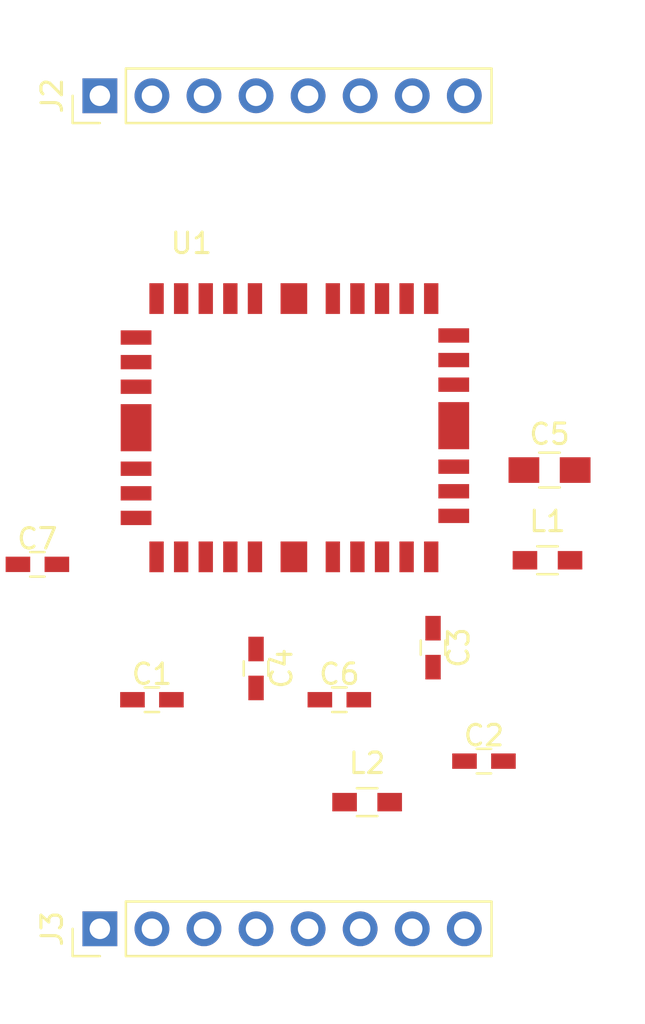
<source format=kicad_pcb>
(kicad_pcb (version 20171130) (host pcbnew 5.0.0-fee4fd1~66~ubuntu16.04.1)

  (general
    (thickness 1.6)
    (drawings 0)
    (tracks 0)
    (zones 0)
    (modules 12)
    (nets 37)
  )

  (page A4)
  (layers
    (0 F.Cu signal)
    (31 B.Cu signal)
    (32 B.Adhes user)
    (33 F.Adhes user)
    (34 B.Paste user)
    (35 F.Paste user)
    (36 B.SilkS user)
    (37 F.SilkS user)
    (38 B.Mask user)
    (39 F.Mask user)
    (40 Dwgs.User user)
    (41 Cmts.User user)
    (42 Eco1.User user)
    (43 Eco2.User user)
    (44 Edge.Cuts user)
    (45 Margin user)
    (46 B.CrtYd user)
    (47 F.CrtYd user)
    (48 B.Fab user)
    (49 F.Fab user)
  )

  (setup
    (last_trace_width 0.25)
    (trace_clearance 0.2)
    (zone_clearance 0.508)
    (zone_45_only no)
    (trace_min 0.2)
    (segment_width 0.2)
    (edge_width 0.15)
    (via_size 0.8)
    (via_drill 0.4)
    (via_min_size 0.4)
    (via_min_drill 0.3)
    (uvia_size 0.3)
    (uvia_drill 0.1)
    (uvias_allowed no)
    (uvia_min_size 0.2)
    (uvia_min_drill 0.1)
    (pcb_text_width 0.3)
    (pcb_text_size 1.5 1.5)
    (mod_edge_width 0.15)
    (mod_text_size 1 1)
    (mod_text_width 0.15)
    (pad_size 1.524 1.524)
    (pad_drill 0.762)
    (pad_to_mask_clearance 0.2)
    (aux_axis_origin 0 0)
    (visible_elements FFFFFF7F)
    (pcbplotparams
      (layerselection 0x010fc_ffffffff)
      (usegerberextensions false)
      (usegerberattributes false)
      (usegerberadvancedattributes false)
      (creategerberjobfile false)
      (excludeedgelayer true)
      (linewidth 0.100000)
      (plotframeref false)
      (viasonmask false)
      (mode 1)
      (useauxorigin false)
      (hpglpennumber 1)
      (hpglpenspeed 20)
      (hpglpendiameter 15.000000)
      (psnegative false)
      (psa4output false)
      (plotreference true)
      (plotvalue true)
      (plotinvisibletext false)
      (padsonsilk false)
      (subtractmaskfromsilk false)
      (outputformat 1)
      (mirror false)
      (drillshape 1)
      (scaleselection 1)
      (outputdirectory ""))
  )

  (net 0 "")
  (net 1 /Receiver/VIN-)
  (net 2 /Receiver/VIN+)
  (net 3 /Receiver/VBATT+)
  (net 4 /Receiver/VBATT-)
  (net 5 GND)
  (net 6 "Net-(C3-Pad1)")
  (net 7 "Net-(C4-Pad1)")
  (net 8 "Net-(C7-Pad2)")
  (net 9 "Net-(U1-Pad16)")
  (net 10 "Net-(U1-Pad18)")
  (net 11 "Net-(U1-Pad13)")
  (net 12 /Receiver/RXD)
  (net 13 "Net-(U1-Pad32)")
  (net 14 "Net-(U1-Pad34)")
  (net 15 /Receiver/TXD)
  (net 16 "Net-(U1-Pad27)")
  (net 17 "Net-(U1-Pad25)")
  (net 18 /Receiver/P1PPS)
  (net 19 "Net-(U1-Pad7)")
  (net 20 /RFIN)
  (net 21 "Net-(J2-Pad8)")
  (net 22 "Net-(J2-Pad7)")
  (net 23 "Net-(J2-Pad6)")
  (net 24 "Net-(J2-Pad5)")
  (net 25 "Net-(J2-Pad4)")
  (net 26 "Net-(J2-Pad3)")
  (net 27 "Net-(J2-Pad2)")
  (net 28 "Net-(J2-Pad1)")
  (net 29 "Net-(J3-Pad1)")
  (net 30 "Net-(J3-Pad2)")
  (net 31 "Net-(J3-Pad3)")
  (net 32 "Net-(J3-Pad4)")
  (net 33 "Net-(J3-Pad5)")
  (net 34 "Net-(J3-Pad6)")
  (net 35 "Net-(J3-Pad7)")
  (net 36 "Net-(J3-Pad8)")

  (net_class Default "This is the default net class."
    (clearance 0.2)
    (trace_width 0.25)
    (via_dia 0.8)
    (via_drill 0.4)
    (uvia_dia 0.3)
    (uvia_drill 0.1)
    (add_net /RFIN)
    (add_net /Receiver/P1PPS)
    (add_net /Receiver/RXD)
    (add_net /Receiver/TXD)
    (add_net /Receiver/VBATT+)
    (add_net /Receiver/VBATT-)
    (add_net /Receiver/VIN+)
    (add_net /Receiver/VIN-)
    (add_net GND)
    (add_net "Net-(C3-Pad1)")
    (add_net "Net-(C4-Pad1)")
    (add_net "Net-(C7-Pad2)")
    (add_net "Net-(J2-Pad1)")
    (add_net "Net-(J2-Pad2)")
    (add_net "Net-(J2-Pad3)")
    (add_net "Net-(J2-Pad4)")
    (add_net "Net-(J2-Pad5)")
    (add_net "Net-(J2-Pad6)")
    (add_net "Net-(J2-Pad7)")
    (add_net "Net-(J2-Pad8)")
    (add_net "Net-(J3-Pad1)")
    (add_net "Net-(J3-Pad2)")
    (add_net "Net-(J3-Pad3)")
    (add_net "Net-(J3-Pad4)")
    (add_net "Net-(J3-Pad5)")
    (add_net "Net-(J3-Pad6)")
    (add_net "Net-(J3-Pad7)")
    (add_net "Net-(J3-Pad8)")
    (add_net "Net-(U1-Pad13)")
    (add_net "Net-(U1-Pad16)")
    (add_net "Net-(U1-Pad18)")
    (add_net "Net-(U1-Pad25)")
    (add_net "Net-(U1-Pad27)")
    (add_net "Net-(U1-Pad32)")
    (add_net "Net-(U1-Pad34)")
    (add_net "Net-(U1-Pad7)")
  )

  (module Capacitors_SMD:C_0603_HandSoldering (layer F.Cu) (tedit 58AA848B) (tstamp 5BD7CC01)
    (at 63.5 108.204)
    (descr "Capacitor SMD 0603, hand soldering")
    (tags "capacitor 0603")
    (path /5BD7CEA6/5BD9F5CD)
    (attr smd)
    (fp_text reference C1 (at 0 -1.25) (layer F.SilkS)
      (effects (font (size 1 1) (thickness 0.15)))
    )
    (fp_text value .1uF (at 0 1.5) (layer F.Fab)
      (effects (font (size 1 1) (thickness 0.15)))
    )
    (fp_line (start 1.8 0.65) (end -1.8 0.65) (layer F.CrtYd) (width 0.05))
    (fp_line (start 1.8 0.65) (end 1.8 -0.65) (layer F.CrtYd) (width 0.05))
    (fp_line (start -1.8 -0.65) (end -1.8 0.65) (layer F.CrtYd) (width 0.05))
    (fp_line (start -1.8 -0.65) (end 1.8 -0.65) (layer F.CrtYd) (width 0.05))
    (fp_line (start 0.35 0.6) (end -0.35 0.6) (layer F.SilkS) (width 0.12))
    (fp_line (start -0.35 -0.6) (end 0.35 -0.6) (layer F.SilkS) (width 0.12))
    (fp_line (start -0.8 -0.4) (end 0.8 -0.4) (layer F.Fab) (width 0.1))
    (fp_line (start 0.8 -0.4) (end 0.8 0.4) (layer F.Fab) (width 0.1))
    (fp_line (start 0.8 0.4) (end -0.8 0.4) (layer F.Fab) (width 0.1))
    (fp_line (start -0.8 0.4) (end -0.8 -0.4) (layer F.Fab) (width 0.1))
    (fp_text user %R (at 0 -1.25) (layer F.Fab)
      (effects (font (size 1 1) (thickness 0.15)))
    )
    (pad 2 smd rect (at 0.95 0) (size 1.2 0.75) (layers F.Cu F.Paste F.Mask)
      (net 1 /Receiver/VIN-))
    (pad 1 smd rect (at -0.95 0) (size 1.2 0.75) (layers F.Cu F.Paste F.Mask)
      (net 2 /Receiver/VIN+))
    (model Capacitors_SMD.3dshapes/C_0603.wrl
      (at (xyz 0 0 0))
      (scale (xyz 1 1 1))
      (rotate (xyz 0 0 0))
    )
  )

  (module Capacitors_SMD:C_0603_HandSoldering (layer F.Cu) (tedit 58AA848B) (tstamp 5BD7CC12)
    (at 79.7 111.2)
    (descr "Capacitor SMD 0603, hand soldering")
    (tags "capacitor 0603")
    (path /5BD7CEA6/5BD9F65A)
    (attr smd)
    (fp_text reference C2 (at 0 -1.25) (layer F.SilkS)
      (effects (font (size 1 1) (thickness 0.15)))
    )
    (fp_text value .1uF (at 0 1.5) (layer F.Fab)
      (effects (font (size 1 1) (thickness 0.15)))
    )
    (fp_text user %R (at 0 -1.25) (layer F.Fab)
      (effects (font (size 1 1) (thickness 0.15)))
    )
    (fp_line (start -0.8 0.4) (end -0.8 -0.4) (layer F.Fab) (width 0.1))
    (fp_line (start 0.8 0.4) (end -0.8 0.4) (layer F.Fab) (width 0.1))
    (fp_line (start 0.8 -0.4) (end 0.8 0.4) (layer F.Fab) (width 0.1))
    (fp_line (start -0.8 -0.4) (end 0.8 -0.4) (layer F.Fab) (width 0.1))
    (fp_line (start -0.35 -0.6) (end 0.35 -0.6) (layer F.SilkS) (width 0.12))
    (fp_line (start 0.35 0.6) (end -0.35 0.6) (layer F.SilkS) (width 0.12))
    (fp_line (start -1.8 -0.65) (end 1.8 -0.65) (layer F.CrtYd) (width 0.05))
    (fp_line (start -1.8 -0.65) (end -1.8 0.65) (layer F.CrtYd) (width 0.05))
    (fp_line (start 1.8 0.65) (end 1.8 -0.65) (layer F.CrtYd) (width 0.05))
    (fp_line (start 1.8 0.65) (end -1.8 0.65) (layer F.CrtYd) (width 0.05))
    (pad 1 smd rect (at -0.95 0) (size 1.2 0.75) (layers F.Cu F.Paste F.Mask)
      (net 3 /Receiver/VBATT+))
    (pad 2 smd rect (at 0.95 0) (size 1.2 0.75) (layers F.Cu F.Paste F.Mask)
      (net 4 /Receiver/VBATT-))
    (model Capacitors_SMD.3dshapes/C_0603.wrl
      (at (xyz 0 0 0))
      (scale (xyz 1 1 1))
      (rotate (xyz 0 0 0))
    )
  )

  (module Capacitors_SMD:C_0603_HandSoldering (layer F.Cu) (tedit 58AA848B) (tstamp 5BD7CC23)
    (at 77.216 105.664 270)
    (descr "Capacitor SMD 0603, hand soldering")
    (tags "capacitor 0603")
    (path /5BD7CEA6/5BD80387)
    (attr smd)
    (fp_text reference C3 (at 0 -1.25 270) (layer F.SilkS)
      (effects (font (size 1 1) (thickness 0.15)))
    )
    (fp_text value .1uF (at 0 1.5 270) (layer F.Fab)
      (effects (font (size 1 1) (thickness 0.15)))
    )
    (fp_line (start 1.8 0.65) (end -1.8 0.65) (layer F.CrtYd) (width 0.05))
    (fp_line (start 1.8 0.65) (end 1.8 -0.65) (layer F.CrtYd) (width 0.05))
    (fp_line (start -1.8 -0.65) (end -1.8 0.65) (layer F.CrtYd) (width 0.05))
    (fp_line (start -1.8 -0.65) (end 1.8 -0.65) (layer F.CrtYd) (width 0.05))
    (fp_line (start 0.35 0.6) (end -0.35 0.6) (layer F.SilkS) (width 0.12))
    (fp_line (start -0.35 -0.6) (end 0.35 -0.6) (layer F.SilkS) (width 0.12))
    (fp_line (start -0.8 -0.4) (end 0.8 -0.4) (layer F.Fab) (width 0.1))
    (fp_line (start 0.8 -0.4) (end 0.8 0.4) (layer F.Fab) (width 0.1))
    (fp_line (start 0.8 0.4) (end -0.8 0.4) (layer F.Fab) (width 0.1))
    (fp_line (start -0.8 0.4) (end -0.8 -0.4) (layer F.Fab) (width 0.1))
    (fp_text user %R (at 0 -1.25 270) (layer F.Fab)
      (effects (font (size 1 1) (thickness 0.15)))
    )
    (pad 2 smd rect (at 0.95 0 270) (size 1.2 0.75) (layers F.Cu F.Paste F.Mask)
      (net 5 GND))
    (pad 1 smd rect (at -0.95 0 270) (size 1.2 0.75) (layers F.Cu F.Paste F.Mask)
      (net 6 "Net-(C3-Pad1)"))
    (model Capacitors_SMD.3dshapes/C_0603.wrl
      (at (xyz 0 0 0))
      (scale (xyz 1 1 1))
      (rotate (xyz 0 0 0))
    )
  )

  (module Capacitors_SMD:C_0603_HandSoldering (layer F.Cu) (tedit 58AA848B) (tstamp 5BD7CC34)
    (at 68.58 106.68 270)
    (descr "Capacitor SMD 0603, hand soldering")
    (tags "capacitor 0603")
    (path /5BD7CEA6/5BD803C4)
    (attr smd)
    (fp_text reference C4 (at 0 -1.25 270) (layer F.SilkS)
      (effects (font (size 1 1) (thickness 0.15)))
    )
    (fp_text value .1uF (at 0 1.5 270) (layer F.Fab)
      (effects (font (size 1 1) (thickness 0.15)))
    )
    (fp_text user %R (at 0 -1.25 270) (layer F.Fab)
      (effects (font (size 1 1) (thickness 0.15)))
    )
    (fp_line (start -0.8 0.4) (end -0.8 -0.4) (layer F.Fab) (width 0.1))
    (fp_line (start 0.8 0.4) (end -0.8 0.4) (layer F.Fab) (width 0.1))
    (fp_line (start 0.8 -0.4) (end 0.8 0.4) (layer F.Fab) (width 0.1))
    (fp_line (start -0.8 -0.4) (end 0.8 -0.4) (layer F.Fab) (width 0.1))
    (fp_line (start -0.35 -0.6) (end 0.35 -0.6) (layer F.SilkS) (width 0.12))
    (fp_line (start 0.35 0.6) (end -0.35 0.6) (layer F.SilkS) (width 0.12))
    (fp_line (start -1.8 -0.65) (end 1.8 -0.65) (layer F.CrtYd) (width 0.05))
    (fp_line (start -1.8 -0.65) (end -1.8 0.65) (layer F.CrtYd) (width 0.05))
    (fp_line (start 1.8 0.65) (end 1.8 -0.65) (layer F.CrtYd) (width 0.05))
    (fp_line (start 1.8 0.65) (end -1.8 0.65) (layer F.CrtYd) (width 0.05))
    (pad 1 smd rect (at -0.95 0 270) (size 1.2 0.75) (layers F.Cu F.Paste F.Mask)
      (net 7 "Net-(C4-Pad1)"))
    (pad 2 smd rect (at 0.95 0 270) (size 1.2 0.75) (layers F.Cu F.Paste F.Mask)
      (net 5 GND))
    (model Capacitors_SMD.3dshapes/C_0603.wrl
      (at (xyz 0 0 0))
      (scale (xyz 1 1 1))
      (rotate (xyz 0 0 0))
    )
  )

  (module Capacitors_SMD:C_0805_HandSoldering (layer F.Cu) (tedit 58AA84A8) (tstamp 5BD7CC45)
    (at 82.9 97)
    (descr "Capacitor SMD 0805, hand soldering")
    (tags "capacitor 0805")
    (path /5BD7CEA6/5BD803B6)
    (attr smd)
    (fp_text reference C5 (at 0 -1.75) (layer F.SilkS)
      (effects (font (size 1 1) (thickness 0.15)))
    )
    (fp_text value 10uF (at 0 1.75) (layer F.Fab)
      (effects (font (size 1 1) (thickness 0.15)))
    )
    (fp_line (start 2.25 0.87) (end -2.25 0.87) (layer F.CrtYd) (width 0.05))
    (fp_line (start 2.25 0.87) (end 2.25 -0.88) (layer F.CrtYd) (width 0.05))
    (fp_line (start -2.25 -0.88) (end -2.25 0.87) (layer F.CrtYd) (width 0.05))
    (fp_line (start -2.25 -0.88) (end 2.25 -0.88) (layer F.CrtYd) (width 0.05))
    (fp_line (start -0.5 0.85) (end 0.5 0.85) (layer F.SilkS) (width 0.12))
    (fp_line (start 0.5 -0.85) (end -0.5 -0.85) (layer F.SilkS) (width 0.12))
    (fp_line (start -1 -0.62) (end 1 -0.62) (layer F.Fab) (width 0.1))
    (fp_line (start 1 -0.62) (end 1 0.62) (layer F.Fab) (width 0.1))
    (fp_line (start 1 0.62) (end -1 0.62) (layer F.Fab) (width 0.1))
    (fp_line (start -1 0.62) (end -1 -0.62) (layer F.Fab) (width 0.1))
    (fp_text user %R (at 0 -1.75) (layer F.Fab)
      (effects (font (size 1 1) (thickness 0.15)))
    )
    (pad 2 smd rect (at 1.25 0) (size 1.5 1.25) (layers F.Cu F.Paste F.Mask)
      (net 5 GND))
    (pad 1 smd rect (at -1.25 0) (size 1.5 1.25) (layers F.Cu F.Paste F.Mask)
      (net 6 "Net-(C3-Pad1)"))
    (model Capacitors_SMD.3dshapes/C_0805.wrl
      (at (xyz 0 0 0))
      (scale (xyz 1 1 1))
      (rotate (xyz 0 0 0))
    )
  )

  (module Capacitors_SMD:C_0603_HandSoldering (layer F.Cu) (tedit 58AA848B) (tstamp 5BD7CC56)
    (at 72.644 108.204)
    (descr "Capacitor SMD 0603, hand soldering")
    (tags "capacitor 0603")
    (path /5BD7CEA6/5BD803DC)
    (attr smd)
    (fp_text reference C6 (at 0 -1.25) (layer F.SilkS)
      (effects (font (size 1 1) (thickness 0.15)))
    )
    (fp_text value 1uF (at 0 1.5) (layer F.Fab)
      (effects (font (size 1 1) (thickness 0.15)))
    )
    (fp_line (start 1.8 0.65) (end -1.8 0.65) (layer F.CrtYd) (width 0.05))
    (fp_line (start 1.8 0.65) (end 1.8 -0.65) (layer F.CrtYd) (width 0.05))
    (fp_line (start -1.8 -0.65) (end -1.8 0.65) (layer F.CrtYd) (width 0.05))
    (fp_line (start -1.8 -0.65) (end 1.8 -0.65) (layer F.CrtYd) (width 0.05))
    (fp_line (start 0.35 0.6) (end -0.35 0.6) (layer F.SilkS) (width 0.12))
    (fp_line (start -0.35 -0.6) (end 0.35 -0.6) (layer F.SilkS) (width 0.12))
    (fp_line (start -0.8 -0.4) (end 0.8 -0.4) (layer F.Fab) (width 0.1))
    (fp_line (start 0.8 -0.4) (end 0.8 0.4) (layer F.Fab) (width 0.1))
    (fp_line (start 0.8 0.4) (end -0.8 0.4) (layer F.Fab) (width 0.1))
    (fp_line (start -0.8 0.4) (end -0.8 -0.4) (layer F.Fab) (width 0.1))
    (fp_text user %R (at 0 -1.25) (layer F.Fab)
      (effects (font (size 1 1) (thickness 0.15)))
    )
    (pad 2 smd rect (at 0.95 0) (size 1.2 0.75) (layers F.Cu F.Paste F.Mask)
      (net 5 GND))
    (pad 1 smd rect (at -0.95 0) (size 1.2 0.75) (layers F.Cu F.Paste F.Mask)
      (net 7 "Net-(C4-Pad1)"))
    (model Capacitors_SMD.3dshapes/C_0603.wrl
      (at (xyz 0 0 0))
      (scale (xyz 1 1 1))
      (rotate (xyz 0 0 0))
    )
  )

  (module Capacitors_SMD:C_0603_HandSoldering (layer F.Cu) (tedit 58AA848B) (tstamp 5BD7CC67)
    (at 57.912 101.6)
    (descr "Capacitor SMD 0603, hand soldering")
    (tags "capacitor 0603")
    (path /5BD7CEA6/5BD97601)
    (attr smd)
    (fp_text reference C7 (at 0 -1.25) (layer F.SilkS)
      (effects (font (size 1 1) (thickness 0.15)))
    )
    (fp_text value 22p (at 0 1.5) (layer F.Fab)
      (effects (font (size 1 1) (thickness 0.15)))
    )
    (fp_text user %R (at 0 -1.25) (layer F.Fab)
      (effects (font (size 1 1) (thickness 0.15)))
    )
    (fp_line (start -0.8 0.4) (end -0.8 -0.4) (layer F.Fab) (width 0.1))
    (fp_line (start 0.8 0.4) (end -0.8 0.4) (layer F.Fab) (width 0.1))
    (fp_line (start 0.8 -0.4) (end 0.8 0.4) (layer F.Fab) (width 0.1))
    (fp_line (start -0.8 -0.4) (end 0.8 -0.4) (layer F.Fab) (width 0.1))
    (fp_line (start -0.35 -0.6) (end 0.35 -0.6) (layer F.SilkS) (width 0.12))
    (fp_line (start 0.35 0.6) (end -0.35 0.6) (layer F.SilkS) (width 0.12))
    (fp_line (start -1.8 -0.65) (end 1.8 -0.65) (layer F.CrtYd) (width 0.05))
    (fp_line (start -1.8 -0.65) (end -1.8 0.65) (layer F.CrtYd) (width 0.05))
    (fp_line (start 1.8 0.65) (end 1.8 -0.65) (layer F.CrtYd) (width 0.05))
    (fp_line (start 1.8 0.65) (end -1.8 0.65) (layer F.CrtYd) (width 0.05))
    (pad 1 smd rect (at -0.95 0) (size 1.2 0.75) (layers F.Cu F.Paste F.Mask)
      (net 20 /RFIN))
    (pad 2 smd rect (at 0.95 0) (size 1.2 0.75) (layers F.Cu F.Paste F.Mask)
      (net 8 "Net-(C7-Pad2)"))
    (model Capacitors_SMD.3dshapes/C_0603.wrl
      (at (xyz 0 0 0))
      (scale (xyz 1 1 1))
      (rotate (xyz 0 0 0))
    )
  )

  (module Inductors_SMD:L_0603_HandSoldering (layer F.Cu) (tedit 58307AEF) (tstamp 5BD7CC78)
    (at 82.8 101.4)
    (descr "Resistor SMD 0603, hand soldering")
    (tags "resistor 0603")
    (path /5BD7CEA6/5BD80396)
    (attr smd)
    (fp_text reference L1 (at 0 -1.9) (layer F.SilkS)
      (effects (font (size 1 1) (thickness 0.15)))
    )
    (fp_text value Ferrite_Bead (at 0 1.9) (layer F.Fab)
      (effects (font (size 1 1) (thickness 0.15)))
    )
    (fp_line (start -0.5 -0.68) (end 0.5 -0.68) (layer F.SilkS) (width 0.12))
    (fp_line (start 0.5 0.68) (end -0.5 0.68) (layer F.SilkS) (width 0.12))
    (fp_line (start 2 -0.8) (end 2 0.8) (layer F.CrtYd) (width 0.05))
    (fp_line (start -2 -0.8) (end -2 0.8) (layer F.CrtYd) (width 0.05))
    (fp_line (start -2 0.8) (end 2 0.8) (layer F.CrtYd) (width 0.05))
    (fp_line (start -2 -0.8) (end 2 -0.8) (layer F.CrtYd) (width 0.05))
    (fp_line (start -0.8 -0.4) (end 0.8 -0.4) (layer F.Fab) (width 0.1))
    (fp_line (start 0.8 -0.4) (end 0.8 0.4) (layer F.Fab) (width 0.1))
    (fp_line (start 0.8 0.4) (end -0.8 0.4) (layer F.Fab) (width 0.1))
    (fp_line (start -0.8 0.4) (end -0.8 -0.4) (layer F.Fab) (width 0.1))
    (fp_text user %R (at 0 0) (layer F.Fab)
      (effects (font (size 0.4 0.4) (thickness 0.075)))
    )
    (pad 2 smd rect (at 1.1 0) (size 1.2 0.9) (layers F.Cu F.Paste F.Mask)
      (net 2 /Receiver/VIN+))
    (pad 1 smd rect (at -1.1 0) (size 1.2 0.9) (layers F.Cu F.Paste F.Mask)
      (net 6 "Net-(C3-Pad1)"))
    (model ${KISYS3DMOD}/Inductors_SMD.3dshapes/L_0603.wrl
      (at (xyz 0 0 0))
      (scale (xyz 1 1 1))
      (rotate (xyz 0 0 0))
    )
  )

  (module Inductors_SMD:L_0603_HandSoldering (layer F.Cu) (tedit 58307AEF) (tstamp 5BD7CC89)
    (at 74 113.2)
    (descr "Resistor SMD 0603, hand soldering")
    (tags "resistor 0603")
    (path /5BD7CEA6/5BD803D3)
    (attr smd)
    (fp_text reference L2 (at 0 -1.9) (layer F.SilkS)
      (effects (font (size 1 1) (thickness 0.15)))
    )
    (fp_text value Ferrite_Bead (at 0 1.9) (layer F.Fab)
      (effects (font (size 1 1) (thickness 0.15)))
    )
    (fp_text user %R (at 0 0) (layer F.Fab)
      (effects (font (size 0.4 0.4) (thickness 0.075)))
    )
    (fp_line (start -0.8 0.4) (end -0.8 -0.4) (layer F.Fab) (width 0.1))
    (fp_line (start 0.8 0.4) (end -0.8 0.4) (layer F.Fab) (width 0.1))
    (fp_line (start 0.8 -0.4) (end 0.8 0.4) (layer F.Fab) (width 0.1))
    (fp_line (start -0.8 -0.4) (end 0.8 -0.4) (layer F.Fab) (width 0.1))
    (fp_line (start -2 -0.8) (end 2 -0.8) (layer F.CrtYd) (width 0.05))
    (fp_line (start -2 0.8) (end 2 0.8) (layer F.CrtYd) (width 0.05))
    (fp_line (start -2 -0.8) (end -2 0.8) (layer F.CrtYd) (width 0.05))
    (fp_line (start 2 -0.8) (end 2 0.8) (layer F.CrtYd) (width 0.05))
    (fp_line (start 0.5 0.68) (end -0.5 0.68) (layer F.SilkS) (width 0.12))
    (fp_line (start -0.5 -0.68) (end 0.5 -0.68) (layer F.SilkS) (width 0.12))
    (pad 1 smd rect (at -1.1 0) (size 1.2 0.9) (layers F.Cu F.Paste F.Mask)
      (net 7 "Net-(C4-Pad1)"))
    (pad 2 smd rect (at 1.1 0) (size 1.2 0.9) (layers F.Cu F.Paste F.Mask)
      (net 3 /Receiver/VBATT+))
    (model ${KISYS3DMOD}/Inductors_SMD.3dshapes/L_0603.wrl
      (at (xyz 0 0 0))
      (scale (xyz 1 1 1))
      (rotate (xyz 0 0 0))
    )
  )

  (module S1315F8-RAW-EVAL:S1315F8-RAW (layer F.Cu) (tedit 5BD6AC7A) (tstamp 5BD7CCB1)
    (at 70.426 94.934)
    (path /5BD7CEA6/5BD803A4)
    (fp_text reference U1 (at -5 -9) (layer F.SilkS)
      (effects (font (size 1 1) (thickness 0.15)))
    )
    (fp_text value S1315F8-RAW (at -2 9) (layer F.Fab)
      (effects (font (size 1 1) (thickness 0.15)))
    )
    (pad 16 smd rect (at 7.8 -2.1 90) (size 0.7 1.5) (layers F.Cu F.Paste F.Mask)
      (net 9 "Net-(U1-Pad16)"))
    (pad 17 smd rect (at 7.8 -3.3 90) (size 0.7 1.5) (layers F.Cu F.Paste F.Mask)
      (net 5 GND))
    (pad 18 smd rect (at 7.8 -4.5 90) (size 0.7 1.5) (layers F.Cu F.Paste F.Mask)
      (net 10 "Net-(U1-Pad18)"))
    (pad 15 smd rect (at 7.8 -0.1 90) (size 2.3 1.5) (layers F.Cu F.Paste F.Mask)
      (net 5 GND))
    (pad 14 smd rect (at 7.8 1.9 90) (size 0.7 1.5) (layers F.Cu F.Paste F.Mask)
      (net 5 GND))
    (pad 12 smd rect (at 7.8 4.3 90) (size 0.7 1.5) (layers F.Cu F.Paste F.Mask)
      (net 5 GND))
    (pad 13 smd rect (at 7.8 3.1 90) (size 0.7 1.5) (layers F.Cu F.Paste F.Mask)
      (net 11 "Net-(U1-Pad13)"))
    (pad 36 smd rect (at -7.7 4.4 270) (size 0.7 1.5) (layers F.Cu F.Paste F.Mask)
      (net 5 GND))
    (pad 35 smd rect (at -7.7 3.2 270) (size 0.7 1.5) (layers F.Cu F.Paste F.Mask)
      (net 5 GND))
    (pad 31 smd rect (at -7.7 -3.2 270) (size 0.7 1.5) (layers F.Cu F.Paste F.Mask)
      (net 12 /Receiver/RXD))
    (pad 33 smd rect (at -7.7 0) (size 1.5 2.3) (layers F.Cu F.Paste F.Mask)
      (net 5 GND))
    (pad 32 smd rect (at -7.7 -2 270) (size 0.7 1.5) (layers F.Cu F.Paste F.Mask)
      (net 13 "Net-(U1-Pad32)"))
    (pad 34 smd rect (at -7.7 2 270) (size 0.7 1.5) (layers F.Cu F.Paste F.Mask)
      (net 14 "Net-(U1-Pad34)"))
    (pad 30 smd rect (at -7.7 -4.4 270) (size 0.7 1.5) (layers F.Cu F.Paste F.Mask)
      (net 15 /Receiver/TXD))
    (pad 24 smd rect (at 0 -6.3 180) (size 1.3 1.5) (layers F.Cu F.Paste F.Mask)
      (net 5 GND))
    (pad 23 smd rect (at 1.9 -6.3 180) (size 0.7 1.5) (layers F.Cu F.Paste F.Mask)
      (net 5 GND))
    (pad 21 smd rect (at 4.3 -6.3 180) (size 0.7 1.5) (layers F.Cu F.Paste F.Mask)
      (net 5 GND))
    (pad 27 smd rect (at -4.3 -6.3 180) (size 0.7 1.5) (layers F.Cu F.Paste F.Mask)
      (net 16 "Net-(U1-Pad27)"))
    (pad 22 smd rect (at 3.1 -6.3 180) (size 0.7 1.5) (layers F.Cu F.Paste F.Mask)
      (net 5 GND))
    (pad 26 smd rect (at -3.1 -6.3 180) (size 0.7 1.5) (layers F.Cu F.Paste F.Mask)
      (net 5 GND))
    (pad 25 smd rect (at -1.9 -6.3 180) (size 0.7 1.5) (layers F.Cu F.Paste F.Mask)
      (net 17 "Net-(U1-Pad25)"))
    (pad 20 smd rect (at 5.5 -6.3 180) (size 0.7 1.5) (layers F.Cu F.Paste F.Mask)
      (net 18 /Receiver/P1PPS))
    (pad 28 smd rect (at -5.5 -6.3 180) (size 0.7 1.5) (layers F.Cu F.Paste F.Mask)
      (net 5 GND))
    (pad 19 smd rect (at 6.7 -6.3 180) (size 0.7 1.5) (layers F.Cu F.Paste F.Mask)
      (net 5 GND))
    (pad 29 smd rect (at -6.7 -6.3 180) (size 0.7 1.5) (layers F.Cu F.Paste F.Mask)
      (net 5 GND))
    (pad 2 smd rect (at -5.5 6.3) (size 0.7 1.5) (layers F.Cu F.Paste F.Mask)
      (net 5 GND))
    (pad 7 smd rect (at 1.9 6.3) (size 0.7 1.5) (layers F.Cu F.Paste F.Mask)
      (net 19 "Net-(U1-Pad7)"))
    (pad 1 smd rect (at -6.7 6.3) (size 0.7 1.5) (layers F.Cu F.Paste F.Mask)
      (net 8 "Net-(C7-Pad2)"))
    (pad 5 smd rect (at -1.9 6.3) (size 0.7 1.5) (layers F.Cu F.Paste F.Mask)
      (net 7 "Net-(C4-Pad1)"))
    (pad 3 smd rect (at -4.3 6.3) (size 0.7 1.5) (layers F.Cu F.Paste F.Mask)
      (net 5 GND))
    (pad 6 smd rect (at 0 6.3) (size 1.3 1.5) (layers F.Cu F.Paste F.Mask)
      (net 5 GND))
    (pad 4 smd rect (at -3.1 6.3) (size 0.7 1.5) (layers F.Cu F.Paste F.Mask)
      (net 5 GND))
    (pad 11 smd rect (at 6.7 6.3) (size 0.7 1.5) (layers F.Cu F.Paste F.Mask)
      (net 6 "Net-(C3-Pad1)"))
    (pad 10 smd rect (at 5.5 6.3) (size 0.7 1.5) (layers F.Cu F.Paste F.Mask)
      (net 5 GND))
    (pad 8 smd rect (at 3.1 6.3) (size 0.7 1.5) (layers F.Cu F.Paste F.Mask)
      (net 5 GND))
    (pad 9 smd rect (at 4.3 6.3) (size 0.7 1.5) (layers F.Cu F.Paste F.Mask)
      (net 5 GND))
  )

  (module Connector_PinHeader_2.54mm:PinHeader_1x08_P2.54mm_Vertical (layer F.Cu) (tedit 59FED5CC) (tstamp 5BE4A1C4)
    (at 60.96 78.74 90)
    (descr "Through hole straight pin header, 1x08, 2.54mm pitch, single row")
    (tags "Through hole pin header THT 1x08 2.54mm single row")
    (path /5BD8F984)
    (fp_text reference J2 (at 0 -2.33 90) (layer F.SilkS)
      (effects (font (size 1 1) (thickness 0.15)))
    )
    (fp_text value Conn_01x08 (at 0 20.11 90) (layer F.Fab)
      (effects (font (size 1 1) (thickness 0.15)))
    )
    (fp_text user %R (at 0 8.89 180) (layer F.Fab)
      (effects (font (size 1 1) (thickness 0.15)))
    )
    (fp_line (start 1.8 -1.8) (end -1.8 -1.8) (layer F.CrtYd) (width 0.05))
    (fp_line (start 1.8 19.55) (end 1.8 -1.8) (layer F.CrtYd) (width 0.05))
    (fp_line (start -1.8 19.55) (end 1.8 19.55) (layer F.CrtYd) (width 0.05))
    (fp_line (start -1.8 -1.8) (end -1.8 19.55) (layer F.CrtYd) (width 0.05))
    (fp_line (start -1.33 -1.33) (end 0 -1.33) (layer F.SilkS) (width 0.12))
    (fp_line (start -1.33 0) (end -1.33 -1.33) (layer F.SilkS) (width 0.12))
    (fp_line (start -1.33 1.27) (end 1.33 1.27) (layer F.SilkS) (width 0.12))
    (fp_line (start 1.33 1.27) (end 1.33 19.11) (layer F.SilkS) (width 0.12))
    (fp_line (start -1.33 1.27) (end -1.33 19.11) (layer F.SilkS) (width 0.12))
    (fp_line (start -1.33 19.11) (end 1.33 19.11) (layer F.SilkS) (width 0.12))
    (fp_line (start -1.27 -0.635) (end -0.635 -1.27) (layer F.Fab) (width 0.1))
    (fp_line (start -1.27 19.05) (end -1.27 -0.635) (layer F.Fab) (width 0.1))
    (fp_line (start 1.27 19.05) (end -1.27 19.05) (layer F.Fab) (width 0.1))
    (fp_line (start 1.27 -1.27) (end 1.27 19.05) (layer F.Fab) (width 0.1))
    (fp_line (start -0.635 -1.27) (end 1.27 -1.27) (layer F.Fab) (width 0.1))
    (pad 8 thru_hole oval (at 0 17.78 90) (size 1.7 1.7) (drill 1) (layers *.Cu *.Mask)
      (net 21 "Net-(J2-Pad8)"))
    (pad 7 thru_hole oval (at 0 15.24 90) (size 1.7 1.7) (drill 1) (layers *.Cu *.Mask)
      (net 22 "Net-(J2-Pad7)"))
    (pad 6 thru_hole oval (at 0 12.7 90) (size 1.7 1.7) (drill 1) (layers *.Cu *.Mask)
      (net 23 "Net-(J2-Pad6)"))
    (pad 5 thru_hole oval (at 0 10.16 90) (size 1.7 1.7) (drill 1) (layers *.Cu *.Mask)
      (net 24 "Net-(J2-Pad5)"))
    (pad 4 thru_hole oval (at 0 7.62 90) (size 1.7 1.7) (drill 1) (layers *.Cu *.Mask)
      (net 25 "Net-(J2-Pad4)"))
    (pad 3 thru_hole oval (at 0 5.08 90) (size 1.7 1.7) (drill 1) (layers *.Cu *.Mask)
      (net 26 "Net-(J2-Pad3)"))
    (pad 2 thru_hole oval (at 0 2.54 90) (size 1.7 1.7) (drill 1) (layers *.Cu *.Mask)
      (net 27 "Net-(J2-Pad2)"))
    (pad 1 thru_hole rect (at 0 0 90) (size 1.7 1.7) (drill 1) (layers *.Cu *.Mask)
      (net 28 "Net-(J2-Pad1)"))
    (model ${KISYS3DMOD}/Connector_PinHeader_2.54mm.3dshapes/PinHeader_1x08_P2.54mm_Vertical.wrl
      (at (xyz 0 0 0))
      (scale (xyz 1 1 1))
      (rotate (xyz 0 0 0))
    )
  )

  (module Connector_PinHeader_2.54mm:PinHeader_1x08_P2.54mm_Vertical (layer F.Cu) (tedit 59FED5CC) (tstamp 5BE4A1E0)
    (at 60.96 119.38 90)
    (descr "Through hole straight pin header, 1x08, 2.54mm pitch, single row")
    (tags "Through hole pin header THT 1x08 2.54mm single row")
    (path /5BD8F80A)
    (fp_text reference J3 (at 0 -2.33 90) (layer F.SilkS)
      (effects (font (size 1 1) (thickness 0.15)))
    )
    (fp_text value Conn_01x08 (at 0 20.11 90) (layer F.Fab)
      (effects (font (size 1 1) (thickness 0.15)))
    )
    (fp_line (start -0.635 -1.27) (end 1.27 -1.27) (layer F.Fab) (width 0.1))
    (fp_line (start 1.27 -1.27) (end 1.27 19.05) (layer F.Fab) (width 0.1))
    (fp_line (start 1.27 19.05) (end -1.27 19.05) (layer F.Fab) (width 0.1))
    (fp_line (start -1.27 19.05) (end -1.27 -0.635) (layer F.Fab) (width 0.1))
    (fp_line (start -1.27 -0.635) (end -0.635 -1.27) (layer F.Fab) (width 0.1))
    (fp_line (start -1.33 19.11) (end 1.33 19.11) (layer F.SilkS) (width 0.12))
    (fp_line (start -1.33 1.27) (end -1.33 19.11) (layer F.SilkS) (width 0.12))
    (fp_line (start 1.33 1.27) (end 1.33 19.11) (layer F.SilkS) (width 0.12))
    (fp_line (start -1.33 1.27) (end 1.33 1.27) (layer F.SilkS) (width 0.12))
    (fp_line (start -1.33 0) (end -1.33 -1.33) (layer F.SilkS) (width 0.12))
    (fp_line (start -1.33 -1.33) (end 0 -1.33) (layer F.SilkS) (width 0.12))
    (fp_line (start -1.8 -1.8) (end -1.8 19.55) (layer F.CrtYd) (width 0.05))
    (fp_line (start -1.8 19.55) (end 1.8 19.55) (layer F.CrtYd) (width 0.05))
    (fp_line (start 1.8 19.55) (end 1.8 -1.8) (layer F.CrtYd) (width 0.05))
    (fp_line (start 1.8 -1.8) (end -1.8 -1.8) (layer F.CrtYd) (width 0.05))
    (fp_text user %R (at 0 8.89 180) (layer F.Fab)
      (effects (font (size 1 1) (thickness 0.15)))
    )
    (pad 1 thru_hole rect (at 0 0 90) (size 1.7 1.7) (drill 1) (layers *.Cu *.Mask)
      (net 29 "Net-(J3-Pad1)"))
    (pad 2 thru_hole oval (at 0 2.54 90) (size 1.7 1.7) (drill 1) (layers *.Cu *.Mask)
      (net 30 "Net-(J3-Pad2)"))
    (pad 3 thru_hole oval (at 0 5.08 90) (size 1.7 1.7) (drill 1) (layers *.Cu *.Mask)
      (net 31 "Net-(J3-Pad3)"))
    (pad 4 thru_hole oval (at 0 7.62 90) (size 1.7 1.7) (drill 1) (layers *.Cu *.Mask)
      (net 32 "Net-(J3-Pad4)"))
    (pad 5 thru_hole oval (at 0 10.16 90) (size 1.7 1.7) (drill 1) (layers *.Cu *.Mask)
      (net 33 "Net-(J3-Pad5)"))
    (pad 6 thru_hole oval (at 0 12.7 90) (size 1.7 1.7) (drill 1) (layers *.Cu *.Mask)
      (net 34 "Net-(J3-Pad6)"))
    (pad 7 thru_hole oval (at 0 15.24 90) (size 1.7 1.7) (drill 1) (layers *.Cu *.Mask)
      (net 35 "Net-(J3-Pad7)"))
    (pad 8 thru_hole oval (at 0 17.78 90) (size 1.7 1.7) (drill 1) (layers *.Cu *.Mask)
      (net 36 "Net-(J3-Pad8)"))
    (model ${KISYS3DMOD}/Connector_PinHeader_2.54mm.3dshapes/PinHeader_1x08_P2.54mm_Vertical.wrl
      (at (xyz 0 0 0))
      (scale (xyz 1 1 1))
      (rotate (xyz 0 0 0))
    )
  )

)

</source>
